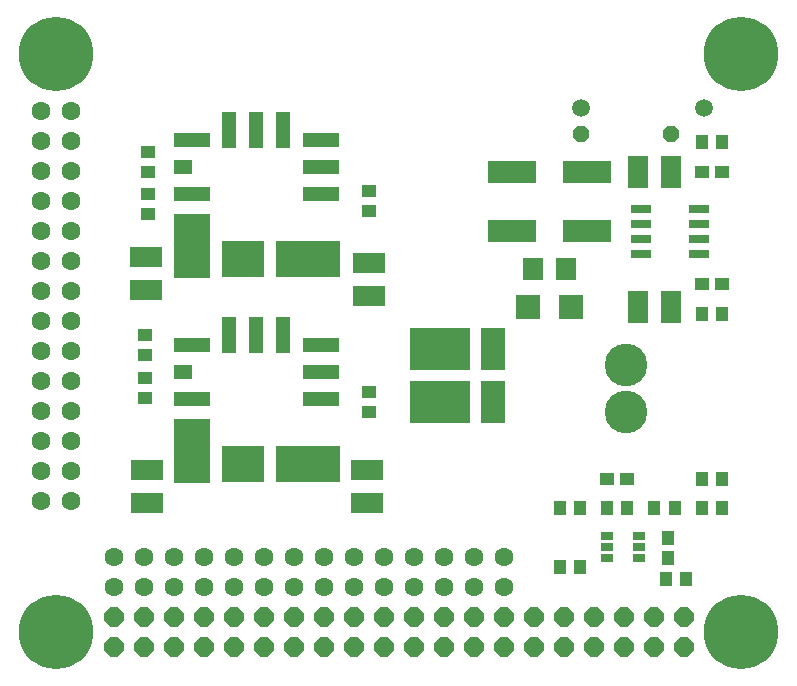
<source format=gts>
G75*
%MOIN*%
%OFA0B0*%
%FSLAX24Y24*%
%IPPOS*%
%LPD*%
%AMOC8*
5,1,8,0,0,1.08239X$1,22.5*
%
%ADD10R,0.0678X0.0276*%
%ADD11R,0.0434X0.0473*%
%ADD12OC8,0.0520*%
%ADD13R,0.0670X0.1103*%
%ADD14R,0.0670X0.0749*%
%ADD15R,0.0473X0.0434*%
%ADD16R,0.1615X0.0749*%
%ADD17R,0.0827X0.0827*%
%ADD18R,0.2009X0.1418*%
%ADD19R,0.0827X0.1418*%
%ADD20R,0.1221X0.0512*%
%ADD21R,0.2123X0.1221*%
%ADD22R,0.1414X0.1221*%
%ADD23R,0.1221X0.2123*%
%ADD24R,0.0512X0.1221*%
%ADD25R,0.0631X0.0512*%
%ADD26R,0.1103X0.0670*%
%ADD27C,0.1418*%
%ADD28C,0.2481*%
%ADD29OC8,0.0640*%
%ADD30C,0.0631*%
%ADD31R,0.0434X0.0257*%
%ADD32C,0.0591*%
D10*
X029851Y016101D03*
X029851Y016601D03*
X029851Y017101D03*
X029851Y017601D03*
X031773Y017601D03*
X031773Y017101D03*
X031773Y016601D03*
X031773Y016101D03*
D11*
X031877Y014132D03*
X032546Y014132D03*
X032546Y008620D03*
X031877Y008620D03*
X031877Y007636D03*
X032546Y007636D03*
X030971Y007636D03*
X030302Y007636D03*
X029397Y007636D03*
X028727Y007636D03*
X027822Y007636D03*
X027153Y007636D03*
X027153Y005667D03*
X027822Y005667D03*
X030696Y005274D03*
X031365Y005274D03*
X030760Y005972D03*
X030760Y006642D03*
X031877Y019840D03*
X032546Y019840D03*
D12*
X030865Y020101D03*
X027865Y020101D03*
D13*
X029761Y018851D03*
X030863Y018851D03*
X030863Y014351D03*
X029761Y014351D03*
D14*
X027363Y015601D03*
X026261Y015601D03*
D15*
X031877Y015116D03*
X032546Y015116D03*
X032546Y018856D03*
X031877Y018856D03*
X020794Y018207D03*
X020794Y017537D03*
X013432Y017459D03*
X013432Y018128D03*
X013432Y018837D03*
X013432Y019506D03*
X013314Y013433D03*
X013314Y012764D03*
X013314Y011981D03*
X013314Y011312D03*
X020794Y011514D03*
X020794Y010844D03*
X028727Y008620D03*
X029397Y008620D03*
D16*
X028062Y016867D03*
X028062Y018836D03*
X025562Y018836D03*
X025562Y016867D03*
D17*
X026103Y014351D03*
X027521Y014351D03*
D18*
X023156Y012951D03*
X023156Y011179D03*
D19*
X024928Y011179D03*
X024928Y012951D03*
D20*
X019189Y013071D03*
X019189Y012169D03*
X019189Y011268D03*
X014874Y011268D03*
X014874Y013071D03*
X014874Y018102D03*
X014874Y019905D03*
X019189Y019905D03*
X019189Y019004D03*
X019189Y018102D03*
D21*
X018738Y015945D03*
X018738Y009110D03*
D22*
X016581Y009110D03*
X016581Y015945D03*
D23*
X014874Y016396D03*
X014874Y009561D03*
D24*
X016130Y013425D03*
X017031Y013425D03*
X017933Y013425D03*
X017933Y020260D03*
X017031Y020260D03*
X016130Y020260D03*
D25*
X014579Y019004D03*
X014579Y012169D03*
D26*
X013338Y014906D03*
X013338Y016009D03*
X020771Y015804D03*
X020771Y014702D03*
X020716Y008914D03*
X020716Y007812D03*
X013393Y007820D03*
X013393Y008922D03*
D27*
X029357Y010858D03*
X029357Y012417D03*
D28*
X010361Y003502D03*
X033196Y003502D03*
X033196Y022793D03*
X010361Y022793D03*
D29*
X012279Y004002D03*
X013279Y004002D03*
X014279Y004002D03*
X015279Y004002D03*
X016279Y004002D03*
X017279Y004002D03*
X018279Y004002D03*
X019279Y004002D03*
X020279Y004002D03*
X021279Y004002D03*
X022279Y004002D03*
X023279Y004002D03*
X024279Y004002D03*
X025279Y004002D03*
X026279Y004002D03*
X027279Y004002D03*
X028279Y004002D03*
X029279Y004002D03*
X030279Y004002D03*
X031279Y004002D03*
X031279Y003002D03*
X030279Y003002D03*
X029279Y003002D03*
X028279Y003002D03*
X027279Y003002D03*
X026279Y003002D03*
X025279Y003002D03*
X024279Y003002D03*
X023279Y003002D03*
X022279Y003002D03*
X021279Y003002D03*
X020279Y003002D03*
X019279Y003002D03*
X018279Y003002D03*
X017279Y003002D03*
X016279Y003002D03*
X015279Y003002D03*
X014279Y003002D03*
X013279Y003002D03*
X012279Y003002D03*
D30*
X012279Y005002D03*
X013279Y005002D03*
X014279Y005002D03*
X015279Y005002D03*
X016279Y005002D03*
X017279Y005002D03*
X018279Y005002D03*
X019279Y005002D03*
X020279Y005002D03*
X021279Y005002D03*
X022279Y005002D03*
X023279Y005002D03*
X024279Y005002D03*
X025279Y005002D03*
X025279Y006002D03*
X024279Y006002D03*
X023279Y006002D03*
X022279Y006002D03*
X021279Y006002D03*
X020279Y006002D03*
X019279Y006002D03*
X018279Y006002D03*
X017279Y006002D03*
X016279Y006002D03*
X015279Y006002D03*
X014279Y006002D03*
X013279Y006002D03*
X012279Y006002D03*
X010861Y007876D03*
X009861Y007876D03*
X009861Y008876D03*
X010861Y008876D03*
X010861Y009876D03*
X009861Y009876D03*
X009861Y010876D03*
X010861Y010876D03*
X010861Y011876D03*
X009861Y011876D03*
X009861Y012876D03*
X010861Y012876D03*
X010861Y013876D03*
X009861Y013876D03*
X009861Y014876D03*
X010861Y014876D03*
X010861Y015876D03*
X009861Y015876D03*
X009861Y016876D03*
X010861Y016876D03*
X010861Y017876D03*
X009861Y017876D03*
X009861Y018876D03*
X010861Y018876D03*
X010861Y019876D03*
X009861Y019876D03*
X009861Y020876D03*
X010861Y020876D03*
D31*
X028727Y006730D03*
X028727Y006356D03*
X028727Y005982D03*
X029790Y005982D03*
X029790Y006356D03*
X029790Y006730D03*
D32*
X027856Y020972D03*
X031941Y020972D03*
M02*

</source>
